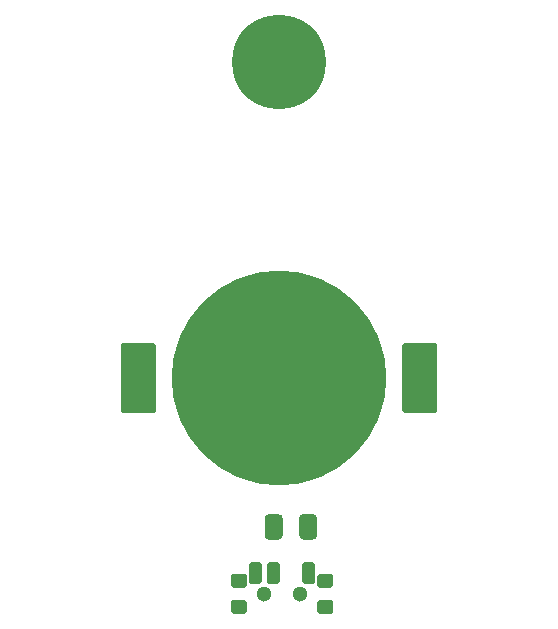
<source format=gbs>
%TF.GenerationSoftware,KiCad,Pcbnew,(5.1.8)-1*%
%TF.CreationDate,2020-11-17T19:57:04-05:00*%
%TF.ProjectId,drawing,64726177-696e-4672-9e6b-696361645f70,rev?*%
%TF.SameCoordinates,Original*%
%TF.FileFunction,Soldermask,Bot*%
%TF.FilePolarity,Negative*%
%FSLAX46Y46*%
G04 Gerber Fmt 4.6, Leading zero omitted, Abs format (unit mm)*
G04 Created by KiCad (PCBNEW (5.1.8)-1) date 2020-11-17 19:57:04*
%MOMM*%
%LPD*%
G01*
G04 APERTURE LIST*
%ADD10C,1.300000*%
%ADD11C,18.200000*%
%ADD12C,7.959524*%
G04 APERTURE END LIST*
%TO.C,SW1*%
G36*
G01*
X2600000Y-9570000D02*
X2600000Y-10370000D01*
G75*
G02*
X2400000Y-10570000I-200000J0D01*
G01*
X1400000Y-10570000D01*
G75*
G02*
X1200000Y-10370000I0J200000D01*
G01*
X1200000Y-9570000D01*
G75*
G02*
X1400000Y-9370000I200000J0D01*
G01*
X2400000Y-9370000D01*
G75*
G02*
X2600000Y-9570000I0J-200000D01*
G01*
G37*
G36*
G01*
X-4700000Y-9570000D02*
X-4700000Y-10370000D01*
G75*
G02*
X-4900000Y-10570000I-200000J0D01*
G01*
X-5900000Y-10570000D01*
G75*
G02*
X-6100000Y-10370000I0J200000D01*
G01*
X-6100000Y-9570000D01*
G75*
G02*
X-5900000Y-9370000I200000J0D01*
G01*
X-4900000Y-9370000D01*
G75*
G02*
X-4700000Y-9570000I0J-200000D01*
G01*
G37*
G36*
G01*
X-4700000Y-11780000D02*
X-4700000Y-12580000D01*
G75*
G02*
X-4900000Y-12780000I-200000J0D01*
G01*
X-5900000Y-12780000D01*
G75*
G02*
X-6100000Y-12580000I0J200000D01*
G01*
X-6100000Y-11780000D01*
G75*
G02*
X-5900000Y-11580000I200000J0D01*
G01*
X-4900000Y-11580000D01*
G75*
G02*
X-4700000Y-11780000I0J-200000D01*
G01*
G37*
G36*
G01*
X2600000Y-11780000D02*
X2600000Y-12580000D01*
G75*
G02*
X2400000Y-12780000I-200000J0D01*
G01*
X1400000Y-12780000D01*
G75*
G02*
X1200000Y-12580000I0J200000D01*
G01*
X1200000Y-11780000D01*
G75*
G02*
X1400000Y-11580000I200000J0D01*
G01*
X2400000Y-11580000D01*
G75*
G02*
X2600000Y-11780000I0J-200000D01*
G01*
G37*
G36*
G01*
X-3450000Y-8570000D02*
X-3450000Y-10070000D01*
G75*
G02*
X-3650000Y-10270000I-200000J0D01*
G01*
X-4350000Y-10270000D01*
G75*
G02*
X-4550000Y-10070000I0J200000D01*
G01*
X-4550000Y-8570000D01*
G75*
G02*
X-4350000Y-8370000I200000J0D01*
G01*
X-3650000Y-8370000D01*
G75*
G02*
X-3450000Y-8570000I0J-200000D01*
G01*
G37*
G36*
G01*
X-1950000Y-8570000D02*
X-1950000Y-10070000D01*
G75*
G02*
X-2150000Y-10270000I-200000J0D01*
G01*
X-2850000Y-10270000D01*
G75*
G02*
X-3050000Y-10070000I0J200000D01*
G01*
X-3050000Y-8570000D01*
G75*
G02*
X-2850000Y-8370000I200000J0D01*
G01*
X-2150000Y-8370000D01*
G75*
G02*
X-1950000Y-8570000I0J-200000D01*
G01*
G37*
G36*
G01*
X1050000Y-8570000D02*
X1050000Y-10070000D01*
G75*
G02*
X850000Y-10270000I-200000J0D01*
G01*
X150000Y-10270000D01*
G75*
G02*
X-50000Y-10070000I0J200000D01*
G01*
X-50000Y-8570000D01*
G75*
G02*
X150000Y-8370000I200000J0D01*
G01*
X850000Y-8370000D01*
G75*
G02*
X1050000Y-8570000I0J-200000D01*
G01*
G37*
D10*
X-3250000Y-11080000D03*
X-250000Y-11080000D03*
%TD*%
%TO.C,R1*%
G36*
G01*
X-300000Y-6136113D02*
X-300000Y-4663887D01*
G75*
G02*
X38887Y-4325000I338887J0D01*
G01*
X886113Y-4325000D01*
G75*
G02*
X1225000Y-4663887I0J-338887D01*
G01*
X1225000Y-6136113D01*
G75*
G02*
X886113Y-6475000I-338887J0D01*
G01*
X38887Y-6475000D01*
G75*
G02*
X-300000Y-6136113I0J338887D01*
G01*
G37*
G36*
G01*
X-3225000Y-6136113D02*
X-3225000Y-4663887D01*
G75*
G02*
X-2886113Y-4325000I338887J0D01*
G01*
X-2038887Y-4325000D01*
G75*
G02*
X-1700000Y-4663887I0J-338887D01*
G01*
X-1700000Y-6136113D01*
G75*
G02*
X-2038887Y-6475000I-338887J0D01*
G01*
X-2886113Y-6475000D01*
G75*
G02*
X-3225000Y-6136113I0J338887D01*
G01*
G37*
%TD*%
D11*
%TO.C,BT1*%
X-2000000Y7200000D03*
G36*
G01*
X8405000Y4420000D02*
X8405000Y9980000D01*
G75*
G02*
X8605000Y10180000I200000J0D01*
G01*
X11205000Y10180000D01*
G75*
G02*
X11405000Y9980000I0J-200000D01*
G01*
X11405000Y4420000D01*
G75*
G02*
X11205000Y4220000I-200000J0D01*
G01*
X8605000Y4220000D01*
G75*
G02*
X8405000Y4420000I0J200000D01*
G01*
G37*
G36*
G01*
X-15405000Y4420000D02*
X-15405000Y9980000D01*
G75*
G02*
X-15205000Y10180000I200000J0D01*
G01*
X-12605000Y10180000D01*
G75*
G02*
X-12405000Y9980000I0J-200000D01*
G01*
X-12405000Y4420000D01*
G75*
G02*
X-12605000Y4220000I-200000J0D01*
G01*
X-15205000Y4220000D01*
G75*
G02*
X-15405000Y4420000I0J200000D01*
G01*
G37*
%TD*%
D12*
%TO.C,*%
X-2031151Y33936012D03*
%TD*%
M02*

</source>
